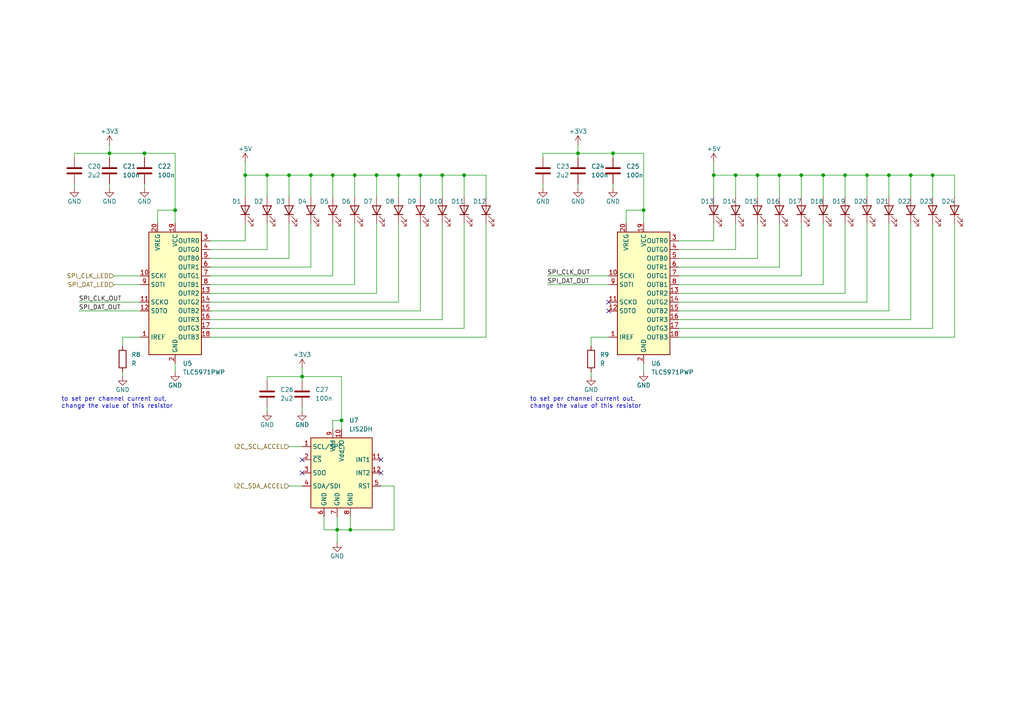
<source format=kicad_sch>
(kicad_sch (version 20231120) (generator "eeschema") (generator_version "8.0")
  (paper "A4")
  (lib_symbols
    (symbol "Device:C" (pin_numbers hide) (pin_names (offset 0.254))
      (property "Reference" "C" (at 0.635 2.54 0))
      (property "Value" "C" (at 0.635 -2.54 0))
      (symbol "C_0_1"
        (polyline (pts (xy -2.032 -0.762) (xy 2.032 -0.762)) (stroke (width 0.508)))
        (polyline (pts (xy -2.032 0.762) (xy 2.032 0.762)) (stroke (width 0.508)))
      )
      (symbol "C_1_1"
        (pin passive line (at 0 3.81 270) (length 2.794) (name "~") (number "1"))
        (pin passive line (at 0 -3.81 90) (length 2.794) (name "~") (number "2"))
      )
    )
    (symbol "Device:LED" (pin_numbers hide) (pin_names (offset 1.016) hide)
      (property "Reference" "D" (at 0 2.54 0))
      (property "Value" "LED" (at 0 -2.54 0))
      (symbol "LED_0_1"
        (polyline (pts (xy -1.27 -1.27) (xy -1.27 1.27)) (stroke (width 0.254)))
        (polyline (pts (xy -1.27 0) (xy 1.27 0)))
        (polyline (pts (xy 1.27 -1.27) (xy 1.27 1.27) (xy -1.27 0) (xy 1.27 -1.27)) (stroke (width 0.254)))
        (polyline (pts (xy -3.048 -0.762) (xy -4.572 -2.286) (xy -3.81 -2.286) (xy -4.572 -2.286) (xy -4.572 -1.524)))
        (polyline (pts (xy -1.778 -0.762) (xy -3.302 -2.286) (xy -2.54 -2.286) (xy -3.302 -2.286) (xy -3.302 -1.524)))
      )
      (symbol "LED_1_1"
        (pin passive line (at -3.81 0 0) (length 2.54) (name "K") (number "1"))
        (pin passive line (at 3.81 0 180) (length 2.54) (name "A") (number "2"))
      )
    )
    (symbol "Device:R" (pin_numbers hide) (pin_names (offset 0))
      (property "Reference" "R" (at 2.032 0 90))
      (property "Value" "R" (at 0 0 90))
      (symbol "R_0_1"
        (rectangle (start -1.016 -2.54) (end 1.016 2.54) (stroke (width 0.254)))
      )
      (symbol "R_1_1"
        (pin passive line (at 0 3.81 270) (length 1.27) (name "~") (number "1"))
        (pin passive line (at 0 -3.81 90) (length 1.27) (name "~") (number "2"))
      )
    )
    (symbol "Driver_LED:TLC5971PWP"
      (property "Reference" "U" (at 1.27 19.05 0))
      (property "Value" "TLC5971PWP" (at 1.27 -19.05 0))
      (symbol "TLC5971PWP_0_1"
        (rectangle (start -7.62 17.78) (end 7.62 -17.78) (stroke (width 0.254)) (fill (type background)))
        (pin input line (at -10.16 5.08 0) (length 2.54) (name "SCKI") (number "10"))
        (pin open_collector line (at 10.16 0 180) (length 2.54) (name "OUTR2") (number "13"))
        (pin open_collector line (at 10.16 -2.54 180) (length 2.54) (name "OUTG2") (number "14"))
        (pin open_collector line (at 10.16 -5.08 180) (length 2.54) (name "OUTB2") (number "15"))
        (pin open_collector line (at 10.16 -7.62 180) (length 2.54) (name "OUTR3") (number "16"))
        (pin open_collector line (at 10.16 -10.16 180) (length 2.54) (name "OUTG3") (number "17"))
        (pin open_collector line (at 10.16 -12.7 180) (length 2.54) (name "OUTB3") (number "18"))
        (pin power_in line (at 0 20.32 270) (length 2.54) (name "VCC") (number "19"))
        (pin power_in line (at 0 -20.32 90) (length 2.54) (name "GND") (number "2"))
        (pin passive line (at -5.08 20.32 270) (length 2.54) (name "VREG") (number "20"))
        (pin passive line (at 0 -20.32 90) (length 2.54) hide (name "GND") (number "21"))
        (pin open_collector line (at 10.16 15.24 180) (length 2.54) (name "OUTR0") (number "3"))
        (pin open_collector line (at 10.16 12.7 180) (length 2.54) (name "OUTG0") (number "4"))
        (pin open_collector line (at 10.16 10.16 180) (length 2.54) (name "OUTB0") (number "5"))
        (pin open_collector line (at 10.16 7.62 180) (length 2.54) (name "OUTR1") (number "6"))
        (pin open_collector line (at 10.16 5.08 180) (length 2.54) (name "OUTG1") (number "7"))
        (pin open_collector line (at 10.16 2.54 180) (length 2.54) (name "OUTB1") (number "8"))
        (pin input line (at -10.16 2.54 0) (length 2.54) (name "SDTI") (number "9"))
      )
      (symbol "TLC5971PWP_1_1"
        (pin passive line (at -10.16 -12.7 0) (length 2.54) (name "IREF") (number "1"))
        (pin output line (at -10.16 -2.54 0) (length 2.54) (name "SCKO") (number "11"))
        (pin output line (at -10.16 -5.08 0) (length 2.54) (name "SDTO") (number "12"))
      )
    )
    (symbol "power:+3V3" (power) (pin_numbers hide) (pin_names (offset 0) hide)
      (property "Value" "+3V3" (at 0 3.556 0))
      (symbol "+3V3_0_1"
        (polyline (pts (xy -0.762 1.27) (xy 0 2.54)))
        (polyline (pts (xy 0 0) (xy 0 2.54)))
        (polyline (pts (xy 0 2.54) (xy 0.762 1.27)))
      )
      (symbol "+3V3_1_1"
        (pin power_in line (at 0 0 90) (length 0) (name "~") (number "1"))
      )
    )
    (symbol "power:GND" (power) (pin_numbers hide) (pin_names (offset 0) hide)
      (property "Value" "GND" (at 0 -3.81 0))
      (symbol "GND_0_1"
        (polyline (pts (xy 0 0) (xy 0 -1.27) (xy 1.27 -1.27) (xy 0 -2.54) (xy -1.27 -1.27) (xy 0 -1.27)))
      )
      (symbol "GND_1_1"
        (pin power_in line (at 0 0 270) (length 0) (name "~") (number "1"))
      )
    )
    (symbol "suchi_chips:LIS2DH12"
      (property "Reference" "U" (at -8.89 11.43 0))
      (property "Value" "LIS2DH12" (at 3.81 11.43 0))
      (symbol "LIS2DH12_0_1"
        (rectangle (start -7.62 10.16) (end 10.16 -10.16) (stroke (width 0.254)) (fill (type background)))
      )
      (symbol "LIS2DH12_1_1"
        (pin input line (at -10.16 7.62 0) (length 2.54) (name "SCL/SPC") (number "1"))
        (pin power_in line (at 1.27 12.7 270) (length 2.54) (name "Vdd_IO") (number "10"))
        (pin output line (at 12.7 3.81 180) (length 2.54) (name "INT1") (number "11"))
        (pin output line (at 12.7 0 180) (length 2.54) (name "INT2") (number "12"))
        (pin input line (at -10.16 3.81 0) (length 2.54) (name "~{CS}") (number "2"))
        (pin output line (at -10.16 0 0) (length 2.54) (name "SDO") (number "3"))
        (pin bidirectional line (at -10.16 -3.81 0) (length 2.54) (name "SDA/SDI") (number "4"))
        (pin power_in line (at 12.7 -3.81 180) (length 2.54) (name "RST") (number "5"))
        (pin passive line (at -3.81 -12.7 90) (length 2.54) (name "GND") (number "6"))
        (pin passive line (at 0 -12.7 90) (length 2.54) (name "GND") (number "7"))
        (pin passive line (at 3.81 -12.7 90) (length 2.54) (name "GND") (number "8"))
        (pin power_in line (at -1.27 12.7 270) (length 2.54) (name "Vdd") (number "9"))
      )
    )
  )
  (junction (at 251.46 50.8))
  (junction (at 31.75 44.45))
  (junction (at 238.76 50.8))
  (junction (at 90.17 50.8))
  (junction (at 83.82 50.8))
  (junction (at 257.81 50.8))
  (junction (at 134.62 50.8))
  (junction (at 121.92 50.8))
  (junction (at 128.27 50.8))
  (junction (at 207.01 50.8))
  (junction (at 226.06 50.8))
  (junction (at 167.64 44.45))
  (junction (at 270.51 50.8))
  (junction (at 115.57 50.8))
  (junction (at 50.8 60.96))
  (junction (at 264.16 50.8))
  (junction (at 71.12 50.8))
  (junction (at 77.47 50.8))
  (junction (at 213.36 50.8))
  (junction (at 177.8 44.45))
  (junction (at 87.63 109.22))
  (junction (at 245.11 50.8))
  (junction (at 109.22 50.8))
  (junction (at 41.91 44.45))
  (junction (at 102.87 50.8))
  (junction (at 96.52 50.8))
  (junction (at 232.41 50.8))
  (junction (at 219.71 50.8))
  (junction (at 97.79 153.67))
  (junction (at 186.69 60.96))
  (junction (at 99.06 121.92))
  (junction (at 101.6 153.67))
  (no_connect (at 87.63 137.16))
  (no_connect (at 87.63 133.35))
  (no_connect (at 110.49 133.35))
  (no_connect (at 110.49 137.16))
  (no_connect (at 176.53 90.17))
  (no_connect (at 176.53 87.63))
  (wire (pts (xy 83.82 129.54) (xy 87.63 129.54)))
  (wire (pts (xy 257.81 50.8) (xy 264.16 50.8)))
  (wire (pts (xy 60.96 80.01) (xy 96.52 80.01)))
  (wire (pts (xy 219.71 57.15) (xy 219.71 50.8)))
  (wire (pts (xy 196.85 80.01) (xy 232.41 80.01)))
  (wire (pts (xy 60.96 90.17) (xy 121.92 90.17)))
  (wire (pts (xy 115.57 50.8) (xy 121.92 50.8)))
  (wire (pts (xy 115.57 64.77) (xy 115.57 87.63)))
  (wire (pts (xy 71.12 46.99) (xy 71.12 50.8)))
  (wire (pts (xy 128.27 64.77) (xy 128.27 92.71)))
  (wire (pts (xy 22.86 87.63) (xy 40.64 87.63)))
  (wire (pts (xy 110.49 140.97) (xy 114.3 140.97)))
  (wire (pts (xy 196.85 90.17) (xy 257.81 90.17)))
  (wire (pts (xy 238.76 50.8) (xy 245.11 50.8)))
  (wire (pts (xy 177.8 44.45) (xy 186.69 44.45)))
  (wire (pts (xy 31.75 53.34) (xy 31.75 54.61)))
  (wire (pts (xy 83.82 57.15) (xy 83.82 50.8)))
  (wire (pts (xy 257.81 90.17) (xy 257.81 64.77)))
  (wire (pts (xy 60.96 97.79) (xy 140.97 97.79)))
  (wire (pts (xy 41.91 44.45) (xy 50.8 44.45)))
  (wire (pts (xy 128.27 50.8) (xy 134.62 50.8)))
  (wire (pts (xy 157.48 53.34) (xy 157.48 54.61)))
  (wire (pts (xy 31.75 44.45) (xy 41.91 44.45)))
  (wire (pts (xy 21.59 53.34) (xy 21.59 54.61)))
  (wire (pts (xy 22.86 90.17) (xy 40.64 90.17)))
  (wire (pts (xy 245.11 50.8) (xy 245.11 57.15)))
  (wire (pts (xy 87.63 106.68) (xy 87.63 109.22)))
  (wire (pts (xy 157.48 45.72) (xy 157.48 44.45)))
  (wire (pts (xy 134.62 50.8) (xy 140.97 50.8)))
  (wire (pts (xy 134.62 50.8) (xy 134.62 57.15)))
  (wire (pts (xy 134.62 95.25) (xy 134.62 64.77)))
  (wire (pts (xy 71.12 50.8) (xy 71.12 57.15)))
  (wire (pts (xy 83.82 140.97) (xy 87.63 140.97)))
  (wire (pts (xy 213.36 72.39) (xy 196.85 72.39)))
  (wire (pts (xy 35.56 97.79) (xy 35.56 100.33)))
  (wire (pts (xy 207.01 69.85) (xy 207.01 64.77)))
  (wire (pts (xy 60.96 95.25) (xy 134.62 95.25)))
  (wire (pts (xy 90.17 77.47) (xy 90.17 64.77)))
  (wire (pts (xy 251.46 64.77) (xy 251.46 87.63)))
  (wire (pts (xy 219.71 74.93) (xy 219.71 64.77)))
  (wire (pts (xy 102.87 50.8) (xy 102.87 57.15)))
  (wire (pts (xy 121.92 50.8) (xy 121.92 57.15)))
  (wire (pts (xy 121.92 50.8) (xy 128.27 50.8)))
  (wire (pts (xy 177.8 53.34) (xy 177.8 54.61)))
  (wire (pts (xy 276.86 97.79) (xy 276.86 64.77)))
  (wire (pts (xy 251.46 50.8) (xy 257.81 50.8)))
  (wire (pts (xy 83.82 50.8) (xy 77.47 50.8)))
  (wire (pts (xy 50.8 44.45) (xy 50.8 60.96)))
  (wire (pts (xy 50.8 105.41) (xy 50.8 107.95)))
  (wire (pts (xy 270.51 50.8) (xy 270.51 57.15)))
  (wire (pts (xy 109.22 85.09) (xy 109.22 64.77)))
  (wire (pts (xy 99.06 109.22) (xy 87.63 109.22)))
  (wire (pts (xy 171.45 107.95) (xy 171.45 109.22)))
  (wire (pts (xy 264.16 50.8) (xy 270.51 50.8)))
  (wire (pts (xy 99.06 121.92) (xy 99.06 109.22)))
  (wire (pts (xy 128.27 92.71) (xy 60.96 92.71)))
  (wire (pts (xy 101.6 153.67) (xy 97.79 153.67)))
  (wire (pts (xy 101.6 149.86) (xy 101.6 153.67)))
  (wire (pts (xy 167.64 44.45) (xy 177.8 44.45)))
  (wire (pts (xy 226.06 50.8) (xy 232.41 50.8)))
  (wire (pts (xy 97.79 153.67) (xy 97.79 157.48)))
  (wire (pts (xy 41.91 45.72) (xy 41.91 44.45)))
  (wire (pts (xy 35.56 107.95) (xy 35.56 109.22)))
  (wire (pts (xy 181.61 60.96) (xy 186.69 60.96)))
  (wire (pts (xy 93.98 153.67) (xy 97.79 153.67)))
  (wire (pts (xy 45.72 60.96) (xy 50.8 60.96)))
  (wire (pts (xy 232.41 50.8) (xy 238.76 50.8)))
  (wire (pts (xy 60.96 69.85) (xy 71.12 69.85)))
  (wire (pts (xy 186.69 60.96) (xy 186.69 64.77)))
  (wire (pts (xy 167.64 53.34) (xy 167.64 54.61)))
  (wire (pts (xy 213.36 50.8) (xy 207.01 50.8)))
  (wire (pts (xy 219.71 50.8) (xy 213.36 50.8)))
  (wire (pts (xy 109.22 50.8) (xy 115.57 50.8)))
  (wire (pts (xy 186.69 44.45) (xy 186.69 60.96)))
  (wire (pts (xy 102.87 50.8) (xy 109.22 50.8)))
  (wire (pts (xy 77.47 118.11) (xy 77.47 119.38)))
  (wire (pts (xy 114.3 153.67) (xy 101.6 153.67)))
  (wire (pts (xy 60.96 85.09) (xy 109.22 85.09)))
  (wire (pts (xy 96.52 80.01) (xy 96.52 64.77)))
  (wire (pts (xy 196.85 85.09) (xy 245.11 85.09)))
  (wire (pts (xy 77.47 110.49) (xy 77.47 109.22)))
  (wire (pts (xy 257.81 50.8) (xy 257.81 57.15)))
  (wire (pts (xy 238.76 50.8) (xy 238.76 57.15)))
  (wire (pts (xy 50.8 60.96) (xy 50.8 64.77)))
  (wire (pts (xy 140.97 50.8) (xy 140.97 57.15)))
  (wire (pts (xy 33.02 82.55) (xy 40.64 82.55)))
  (wire (pts (xy 102.87 82.55) (xy 60.96 82.55)))
  (wire (pts (xy 33.02 80.01) (xy 40.64 80.01)))
  (wire (pts (xy 264.16 64.77) (xy 264.16 92.71)))
  (wire (pts (xy 102.87 64.77) (xy 102.87 82.55)))
  (wire (pts (xy 186.69 105.41) (xy 186.69 107.95)))
  (wire (pts (xy 77.47 72.39) (xy 60.96 72.39)))
  (wire (pts (xy 226.06 50.8) (xy 226.06 57.15)))
  (wire (pts (xy 90.17 50.8) (xy 96.52 50.8)))
  (wire (pts (xy 93.98 149.86) (xy 93.98 153.67)))
  (wire (pts (xy 245.11 50.8) (xy 251.46 50.8)))
  (wire (pts (xy 97.79 149.86) (xy 97.79 153.67)))
  (wire (pts (xy 60.96 77.47) (xy 90.17 77.47)))
  (wire (pts (xy 167.64 41.91) (xy 167.64 44.45)))
  (wire (pts (xy 251.46 50.8) (xy 251.46 57.15)))
  (wire (pts (xy 77.47 109.22) (xy 87.63 109.22)))
  (wire (pts (xy 96.52 124.46) (xy 96.52 121.92)))
  (wire (pts (xy 270.51 50.8) (xy 276.86 50.8)))
  (wire (pts (xy 60.96 74.93) (xy 83.82 74.93)))
  (wire (pts (xy 114.3 140.97) (xy 114.3 153.67)))
  (wire (pts (xy 176.53 97.79) (xy 171.45 97.79)))
  (wire (pts (xy 213.36 64.77) (xy 213.36 72.39)))
  (wire (pts (xy 238.76 82.55) (xy 196.85 82.55)))
  (wire (pts (xy 196.85 69.85) (xy 207.01 69.85)))
  (wire (pts (xy 21.59 44.45) (xy 31.75 44.45)))
  (wire (pts (xy 31.75 41.91) (xy 31.75 44.45)))
  (wire (pts (xy 207.01 50.8) (xy 207.01 57.15)))
  (wire (pts (xy 251.46 87.63) (xy 196.85 87.63)))
  (wire (pts (xy 71.12 69.85) (xy 71.12 64.77)))
  (wire (pts (xy 177.8 45.72) (xy 177.8 44.45)))
  (wire (pts (xy 181.61 64.77) (xy 181.61 60.96)))
  (wire (pts (xy 264.16 50.8) (xy 264.16 57.15)))
  (wire (pts (xy 276.86 50.8) (xy 276.86 57.15)))
  (wire (pts (xy 128.27 50.8) (xy 128.27 57.15)))
  (wire (pts (xy 158.75 82.55) (xy 176.53 82.55)))
  (wire (pts (xy 99.06 124.46) (xy 99.06 121.92)))
  (wire (pts (xy 96.52 50.8) (xy 96.52 57.15)))
  (wire (pts (xy 40.64 97.79) (xy 35.56 97.79)))
  (wire (pts (xy 207.01 46.99) (xy 207.01 50.8)))
  (wire (pts (xy 83.82 50.8) (xy 90.17 50.8)))
  (wire (pts (xy 109.22 50.8) (xy 109.22 57.15)))
  (wire (pts (xy 219.71 50.8) (xy 226.06 50.8)))
  (wire (pts (xy 121.92 90.17) (xy 121.92 64.77)))
  (wire (pts (xy 90.17 50.8) (xy 90.17 57.15)))
  (wire (pts (xy 87.63 118.11) (xy 87.63 119.38)))
  (wire (pts (xy 31.75 44.45) (xy 31.75 45.72)))
  (wire (pts (xy 77.47 57.15) (xy 77.47 50.8)))
  (wire (pts (xy 232.41 80.01) (xy 232.41 64.77)))
  (wire (pts (xy 83.82 74.93) (xy 83.82 64.77)))
  (wire (pts (xy 171.45 97.79) (xy 171.45 100.33)))
  (wire (pts (xy 45.72 64.77) (xy 45.72 60.96)))
  (wire (pts (xy 238.76 64.77) (xy 238.76 82.55)))
  (wire (pts (xy 96.52 50.8) (xy 102.87 50.8)))
  (wire (pts (xy 196.85 74.93) (xy 219.71 74.93)))
  (wire (pts (xy 226.06 77.47) (xy 226.06 64.77)))
  (wire (pts (xy 213.36 57.15) (xy 213.36 50.8)))
  (wire (pts (xy 41.91 53.34) (xy 41.91 54.61)))
  (wire (pts (xy 77.47 50.8) (xy 71.12 50.8)))
  (wire (pts (xy 21.59 45.72) (xy 21.59 44.45)))
  (wire (pts (xy 87.63 109.22) (xy 87.63 110.49)))
  (wire (pts (xy 167.64 44.45) (xy 167.64 45.72)))
  (wire (pts (xy 196.85 97.79) (xy 276.86 97.79)))
  (wire (pts (xy 232.41 50.8) (xy 232.41 57.15)))
  (wire (pts (xy 196.85 77.47) (xy 226.06 77.47)))
  (wire (pts (xy 270.51 95.25) (xy 270.51 64.77)))
  (wire (pts (xy 245.11 85.09) (xy 245.11 64.77)))
  (wire (pts (xy 115.57 50.8) (xy 115.57 57.15)))
  (wire (pts (xy 157.48 44.45) (xy 167.64 44.45)))
  (wire (pts (xy 115.57 87.63) (xy 60.96 87.63)))
  (wire (pts (xy 264.16 92.71) (xy 196.85 92.71)))
  (wire (pts (xy 96.52 121.92) (xy 99.06 121.92)))
  (wire (pts (xy 158.75 80.01) (xy 176.53 80.01)))
  (wire (pts (xy 196.85 95.25) (xy 270.51 95.25)))
  (wire (pts (xy 77.47 64.77) (xy 77.47 72.39)))
  (wire (pts (xy 140.97 97.79) (xy 140.97 64.77)))
  (text "to set per channel current out,\nchange the value of this resistor" (at 17.78 116.84 0) (effects (font (size 1.27 1.27)) (justify left)))
  (text "to set per channel current out,\nchange the value of this resistor" (at 153.67 116.84 0) (effects (font (size 1.27 1.27)) (justify left)))
  (label "SPI_DAT_OUT" (at 158.75 82.55 0))
  (label "SPI_CLK_OUT" (at 22.86 87.63 0))
  (label "SPI_CLK_OUT" (at 158.75 80.01 0))
  (label "SPI_DAT_OUT" (at 22.86 90.17 0))
  (hierarchical_label "I2C_SCL_ACCEL" (shape input) (at 83.82 129.54 180))
  (hierarchical_label "SPI_CLK_LED" (shape input) (at 33.02 80.01 180))
  (hierarchical_label "I2C_SDA_ACCEL" (shape input) (at 83.82 140.97 180))
  (hierarchical_label "SPI_DAT_LED" (shape input) (at 33.02 82.55 180))
  (symbol (lib_id "suchi_chips:LIS2DH12") (at 97.79 137.16 0) (unit 1)
    (property "Reference" "U7" (at 101.2541 121.92 0) (effects (justify left)))
    (property "Value" "LIS2DH" (at 101.2541 124.46 0) (effects (justify left)))
    (property "Footprint" "Package_LGA:LGA-14_2x2mm_P0.35mm_LayoutBorder3x4y" (effects (hide yes)))
    (property "Datasheet" "http://www.st.com/web/en/resource/technical/document/datasheet/DM00042751.pdf" (effects (hide yes)))
    (property "Description" "3-Axis Accelerometer, 2/4/8/16g range, I2C/SPI interface, LGA-14" (effects (hide yes)))
  )
  (symbol (lib_id "power:GND") (at 186.69 107.95 0) (unit 1)
    (property "Reference" "#PWR048" (effects (hide yes)))
    (property "Value" "GND" (at 186.69 111.76 0))
    (property "Description" "Power symbol creates a global label with name \"GND\" , ground" (effects (hide yes)))
  )
  (symbol (lib_id "power:GND") (at 31.75 54.61 0) (unit 1)
    (property "Reference" "#PWR039" (effects (hide yes)))
    (property "Value" "GND" (at 31.75 58.42 0))
    (property "Description" "Power symbol creates a global label with name \"GND\" , ground" (effects (hide yes)))
  )
  (symbol (lib_id "power:GND") (at 167.64 54.61 0) (unit 1)
    (property "Reference" "#PWR045" (effects (hide yes)))
    (property "Value" "GND" (at 167.64 58.42 0))
    (property "Description" "Power symbol creates a global label with name \"GND\" , ground" (effects (hide yes)))
  )
  (symbol (lib_id "Device:LED") (at 219.71 60.96 90) (unit 1)
    (property "Reference" "D15" (at 215.9 58.42 90) (effects (justify right)))
    (property "Value" "LED" (effects (hide yes)))
    (property "Description" "Light emitting diode" (effects (hide yes)))
  )
  (symbol (lib_id "Device:LED") (at 251.46 60.96 90) (unit 1)
    (property "Reference" "D20" (at 247.65 58.42 90) (effects (justify right)))
    (property "Value" "LED" (effects (hide yes)))
    (property "Description" "Light emitting diode" (effects (hide yes)))
  )
  (symbol (lib_id "power:+3V3") (at 207.01 46.99 0) (unit 1)
    (property "Reference" "#PWR049" (effects (hide yes)))
    (property "Value" "+5V" (at 207.01 43.18 0))
    (property "Description" "Power symbol creates a global label with name \"+3V3\"" (effects (hide yes)))
  )
  (symbol (lib_id "Device:C") (at 31.75 49.53 0) (unit 1)
    (property "Reference" "C21" (at 35.56 48.2599 0) (effects (justify left)))
    (property "Value" "100n" (at 35.56 50.7999 0) (effects (justify left)))
    (property "Description" "6.3V X5R 10%" (effects (hide yes)))
  )
  (symbol (lib_id "power:+3V3") (at 87.63 106.68 0) (unit 1)
    (property "Reference" "#PWR051" (effects (hide yes)))
    (property "Value" "+3V3" (at 87.63 102.87 0))
    (property "Description" "Power symbol creates a global label with name \"+3V3\"" (effects (hide yes)))
  )
  (symbol (lib_id "Driver_LED:TLC5971PWP") (at 50.8 85.09 0) (unit 1)
    (property "Reference" "U5" (at 52.9941 105.41 0) (effects (justify left)))
    (property "Value" "TLC5971PWP" (at 52.9941 107.95 0) (effects (justify left)))
    (property "Footprint" "Package_SO:HTSSOP-20-1EP_4.4x6.5mm_P0.65mm_EP3.4x6.5mm_Mask2.75x3.43mm_ThermalVias" (effects (hide yes)))
    (property "Datasheet" "http://www.ti.com/lit/ds/symlink/tlc5971.pdf" (effects (hide yes)))
    (property "Description" "12-Channel, 16-Bit, Enhanced Spectrum, PWM, RGB, LED Driver With 3.3-V Linear Regulator, HTSSOP-20" (effects (hide yes)))
  )
  (symbol (lib_id "power:GND") (at 97.79 157.48 0) (unit 1)
    (property "Reference" "#PWR053" (effects (hide yes)))
    (property "Value" "GND" (at 97.79 161.29 0))
    (property "Description" "Power symbol creates a global label with name \"GND\" , ground" (effects (hide yes)))
  )
  (symbol (lib_id "Device:LED") (at 257.81 60.96 90) (unit 1)
    (property "Reference" "D21" (at 254 58.42 90) (effects (justify right)))
    (property "Value" "LED" (effects (hide yes)))
    (property "Description" "Light emitting diode" (effects (hide yes)))
  )
  (symbol (lib_id "power:GND") (at 35.56 109.22 0) (unit 1)
    (property "Reference" "#PWR042" (effects (hide yes)))
    (property "Value" "GND" (at 35.56 113.03 0))
    (property "Description" "Power symbol creates a global label with name \"GND\" , ground" (effects (hide yes)))
  )
  (symbol (lib_id "Device:C") (at 21.59 49.53 0) (unit 1)
    (property "Reference" "C20" (at 25.4 48.2599 0) (effects (justify left)))
    (property "Value" "2u2" (at 25.4 50.7999 0) (effects (justify left)))
    (property "Description" "X5R 20% 6.3V" (effects (hide yes)))
  )
  (symbol (lib_id "Device:C") (at 41.91 49.53 0) (unit 1)
    (property "Reference" "C22" (at 45.72 48.2599 0) (effects (justify left)))
    (property "Value" "100n" (at 45.72 50.7999 0) (effects (justify left)))
    (property "Description" "6.3V X5R 10%" (effects (hide yes)))
  )
  (symbol (lib_id "Device:C") (at 87.63 114.3 0) (unit 1)
    (property "Reference" "C27" (at 91.44 113.0299 0) (effects (justify left)))
    (property "Value" "100n" (at 91.44 115.5699 0) (effects (justify left)))
    (property "Description" "6.3V X5R 10%" (effects (hide yes)))
  )
  (symbol (lib_id "Device:LED") (at 96.52 60.96 90) (unit 1)
    (property "Reference" "D5" (at 92.71 58.42 90) (effects (justify right)))
    (property "Value" "LED" (effects (hide yes)))
    (property "Description" "Light emitting diode" (effects (hide yes)))
  )
  (symbol (lib_id "power:+3V3") (at 31.75 41.91 0) (unit 1)
    (property "Reference" "#PWR037" (effects (hide yes)))
    (property "Value" "+3V3" (at 31.75 38.1 0))
    (property "Description" "Power symbol creates a global label with name \"+3V3\"" (effects (hide yes)))
  )
  (symbol (lib_id "Driver_LED:TLC5971PWP") (at 186.69 85.09 0) (unit 1)
    (property "Reference" "U6" (at 188.8841 105.41 0) (effects (justify left)))
    (property "Value" "TLC5971PWP" (at 188.8841 107.95 0) (effects (justify left)))
    (property "Footprint" "Package_SO:HTSSOP-20-1EP_4.4x6.5mm_P0.65mm_EP3.4x6.5mm_Mask2.75x3.43mm_ThermalVias" (effects (hide yes)))
    (property "Datasheet" "http://www.ti.com/lit/ds/symlink/tlc5971.pdf" (effects (hide yes)))
    (property "Description" "12-Channel, 16-Bit, Enhanced Spectrum, PWM, RGB, LED Driver With 3.3-V Linear Regulator, HTSSOP-20" (effects (hide yes)))
  )
  (symbol (lib_id "power:GND") (at 77.47 119.38 0) (unit 1)
    (property "Reference" "#PWR050" (effects (hide yes)))
    (property "Value" "GND" (at 77.47 123.19 0))
    (property "Description" "Power symbol creates a global label with name \"GND\" , ground" (effects (hide yes)))
  )
  (symbol (lib_id "power:+3V3") (at 71.12 46.99 0) (unit 1)
    (property "Reference" "#PWR040" (effects (hide yes)))
    (property "Value" "+5V" (at 71.12 43.18 0))
    (property "Description" "Power symbol creates a global label with name \"+3V3\"" (effects (hide yes)))
  )
  (symbol (lib_id "Device:R") (at 35.56 104.14 0) (unit 1)
    (property "Reference" "R8" (at 38.1 102.8699 0) (effects (justify left)))
    (property "Value" "R" (at 38.1 105.4099 0) (effects (justify left)))
    (property "Description" "Resistor" (effects (hide yes)))
  )
  (symbol (lib_id "Device:LED") (at 207.01 60.96 90) (unit 1)
    (property "Reference" "D13" (at 203.2 58.42 90) (effects (justify right)))
    (property "Value" "LED" (effects (hide yes)))
    (property "Description" "Light emitting diode" (effects (hide yes)))
  )
  (symbol (lib_id "Device:LED") (at 90.17 60.96 90) (unit 1)
    (property "Reference" "D4" (at 86.36 58.42 90) (effects (justify right)))
    (property "Value" "LED" (effects (hide yes)))
    (property "Description" "Light emitting diode" (effects (hide yes)))
  )
  (symbol (lib_id "Device:LED") (at 140.97 60.96 90) (unit 1)
    (property "Reference" "D12" (at 137.16 58.42 90) (effects (justify right)))
    (property "Value" "LED" (effects (hide yes)))
    (property "Description" "Light emitting diode" (effects (hide yes)))
  )
  (symbol (lib_id "Device:LED") (at 102.87 60.96 90) (unit 1)
    (property "Reference" "D6" (at 99.06 58.42 90) (effects (justify right)))
    (property "Value" "LED" (effects (hide yes)))
    (property "Description" "Light emitting diode" (effects (hide yes)))
  )
  (symbol (lib_id "Device:C") (at 167.64 49.53 0) (unit 1)
    (property "Reference" "C24" (at 171.45 48.2599 0) (effects (justify left)))
    (property "Value" "100n" (at 171.45 50.7999 0) (effects (justify left)))
    (property "Description" "6.3V X5R 10%" (effects (hide yes)))
  )
  (symbol (lib_id "Device:LED") (at 121.92 60.96 90) (unit 1)
    (property "Reference" "D9" (at 118.11 58.42 90) (effects (justify right)))
    (property "Value" "LED" (effects (hide yes)))
    (property "Description" "Light emitting diode" (effects (hide yes)))
  )
  (symbol (lib_id "Device:C") (at 157.48 49.53 0) (unit 1)
    (property "Reference" "C23" (at 161.29 48.2599 0) (effects (justify left)))
    (property "Value" "2u2" (at 161.29 50.7999 0) (effects (justify left)))
    (property "Description" "X5R 20% 6.3V" (effects (hide yes)))
  )
  (symbol (lib_id "power:GND") (at 87.63 119.38 0) (unit 1)
    (property "Reference" "#PWR052" (effects (hide yes)))
    (property "Value" "GND" (at 87.63 123.19 0))
    (property "Description" "Power symbol creates a global label with name \"GND\" , ground" (effects (hide yes)))
  )
  (symbol (lib_id "Device:LED") (at 213.36 60.96 90) (unit 1)
    (property "Reference" "D14" (at 209.55 58.42 90) (effects (justify right)))
    (property "Value" "LED" (effects (hide yes)))
    (property "Description" "Light emitting diode" (effects (hide yes)))
  )
  (symbol (lib_id "Device:LED") (at 232.41 60.96 90) (unit 1)
    (property "Reference" "D17" (at 228.6 58.42 90) (effects (justify right)))
    (property "Value" "LED" (effects (hide yes)))
    (property "Description" "Light emitting diode" (effects (hide yes)))
  )
  (symbol (lib_id "Device:C") (at 77.47 114.3 0) (unit 1)
    (property "Reference" "C26" (at 81.28 113.0299 0) (effects (justify left)))
    (property "Value" "2u2" (at 81.28 115.5699 0) (effects (justify left)))
    (property "Description" "X5R 20% 6.3V" (effects (hide yes)))
  )
  (symbol (lib_id "Device:LED") (at 128.27 60.96 90) (unit 1)
    (property "Reference" "D10" (at 124.46 58.42 90) (effects (justify right)))
    (property "Value" "LED" (effects (hide yes)))
    (property "Description" "Light emitting diode" (effects (hide yes)))
  )
  (symbol (lib_id "Device:LED") (at 109.22 60.96 90) (unit 1)
    (property "Reference" "D7" (at 105.41 58.42 90) (effects (justify right)))
    (property "Value" "LED" (effects (hide yes)))
    (property "Description" "Light emitting diode" (effects (hide yes)))
  )
  (symbol (lib_id "Device:LED") (at 238.76 60.96 90) (unit 1)
    (property "Reference" "D18" (at 234.95 58.42 90) (effects (justify right)))
    (property "Value" "LED" (effects (hide yes)))
    (property "Description" "Light emitting diode" (effects (hide yes)))
  )
  (symbol (lib_id "power:GND") (at 21.59 54.61 0) (unit 1)
    (property "Reference" "#PWR038" (effects (hide yes)))
    (property "Value" "GND" (at 21.59 58.42 0))
    (property "Description" "Power symbol creates a global label with name \"GND\" , ground" (effects (hide yes)))
  )
  (symbol (lib_id "Device:LED") (at 264.16 60.96 90) (unit 1)
    (property "Reference" "D22" (at 260.35 58.42 90) (effects (justify right)))
    (property "Value" "LED" (effects (hide yes)))
    (property "Description" "Light emitting diode" (effects (hide yes)))
  )
  (symbol (lib_id "power:GND") (at 177.8 54.61 0) (unit 1)
    (property "Reference" "#PWR047" (effects (hide yes)))
    (property "Value" "GND" (at 177.8 58.42 0))
    (property "Description" "Power symbol creates a global label with name \"GND\" , ground" (effects (hide yes)))
  )
  (symbol (lib_id "Device:LED") (at 83.82 60.96 90) (unit 1)
    (property "Reference" "D3" (at 80.01 58.42 90) (effects (justify right)))
    (property "Value" "LED" (effects (hide yes)))
    (property "Description" "Light emitting diode" (effects (hide yes)))
  )
  (symbol (lib_id "power:GND") (at 50.8 107.95 0) (unit 1)
    (property "Reference" "#PWR036" (effects (hide yes)))
    (property "Value" "GND" (at 50.8 111.76 0))
    (property "Description" "Power symbol creates a global label with name \"GND\" , ground" (effects (hide yes)))
  )
  (symbol (lib_id "Device:LED") (at 270.51 60.96 90) (unit 1)
    (property "Reference" "D23" (at 266.7 58.42 90) (effects (justify right)))
    (property "Value" "LED" (effects (hide yes)))
    (property "Description" "Light emitting diode" (effects (hide yes)))
  )
  (symbol (lib_id "Device:LED") (at 276.86 60.96 90) (unit 1)
    (property "Reference" "D24" (at 273.05 58.42 90) (effects (justify right)))
    (property "Value" "LED" (effects (hide yes)))
    (property "Description" "Light emitting diode" (effects (hide yes)))
  )
  (symbol (lib_id "Device:LED") (at 77.47 60.96 90) (unit 1)
    (property "Reference" "D2" (at 73.66 58.42 90) (effects (justify right)))
    (property "Value" "LED" (effects (hide yes)))
    (property "Description" "Light emitting diode" (effects (hide yes)))
  )
  (symbol (lib_id "power:GND") (at 41.91 54.61 0) (unit 1)
    (property "Reference" "#PWR041" (effects (hide yes)))
    (property "Value" "GND" (at 41.91 58.42 0))
    (property "Description" "Power symbol creates a global label with name \"GND\" , ground" (effects (hide yes)))
  )
  (symbol (lib_id "Device:LED") (at 134.62 60.96 90) (unit 1)
    (property "Reference" "D11" (at 130.81 58.42 90) (effects (justify right)))
    (property "Value" "LED" (effects (hide yes)))
    (property "Description" "Light emitting diode" (effects (hide yes)))
  )
  (symbol (lib_id "Device:LED") (at 71.12 60.96 90) (unit 1)
    (property "Reference" "D1" (at 67.31 58.42 90) (effects (justify right)))
    (property "Value" "LED" (effects (hide yes)))
    (property "Description" "Light emitting diode" (effects (hide yes)))
  )
  (symbol (lib_id "Device:C") (at 177.8 49.53 0) (unit 1)
    (property "Reference" "C25" (at 181.61 48.2599 0) (effects (justify left)))
    (property "Value" "100n" (at 181.61 50.7999 0) (effects (justify left)))
    (property "Description" "6.3V X5R 10%" (effects (hide yes)))
  )
  (symbol (lib_id "Device:LED") (at 115.57 60.96 90) (unit 1)
    (property "Reference" "D8" (at 111.76 58.42 90) (effects (justify right)))
    (property "Value" "LED" (effects (hide yes)))
    (property "Description" "Light emitting diode" (effects (hide yes)))
  )
  (symbol (lib_id "power:GND") (at 157.48 54.61 0) (unit 1)
    (property "Reference" "#PWR043" (effects (hide yes)))
    (property "Value" "GND" (at 157.48 58.42 0))
    (property "Description" "Power symbol creates a global label with name \"GND\" , ground" (effects (hide yes)))
  )
  (symbol (lib_id "power:+3V3") (at 167.64 41.91 0) (unit 1)
    (property "Reference" "#PWR044" (effects (hide yes)))
    (property "Value" "+3V3" (at 167.64 38.1 0))
    (property "Description" "Power symbol creates a global label with name \"+3V3\"" (effects (hide yes)))
  )
  (symbol (lib_id "Device:LED") (at 245.11 60.96 90) (unit 1)
    (property "Reference" "D19" (at 241.3 58.42 90) (effects (justify right)))
    (property "Value" "LED" (effects (hide yes)))
    (property "Description" "Light emitting diode" (effects (hide yes)))
  )
  (symbol (lib_id "Device:LED") (at 226.06 60.96 90) (unit 1)
    (property "Reference" "D16" (at 222.25 58.42 90) (effects (justify right)))
    (property "Value" "LED" (effects (hide yes)))
    (property "Description" "Light emitting diode" (effects (hide yes)))
  )
  (symbol (lib_id "power:GND") (at 171.45 109.22 0) (unit 1)
    (property "Reference" "#PWR046" (effects (hide yes)))
    (property "Value" "GND" (at 171.45 113.03 0))
    (property "Description" "Power symbol creates a global label with name \"GND\" , ground" (effects (hide yes)))
  )
  (symbol (lib_id "Device:R") (at 171.45 104.14 0) (unit 1)
    (property "Reference" "R9" (at 173.99 102.8699 0) (effects (justify left)))
    (property "Value" "R" (at 173.99 105.4099 0) (effects (justify left)))
    (property "Description" "Resistor" (effects (hide yes)))
  )
)
</source>
